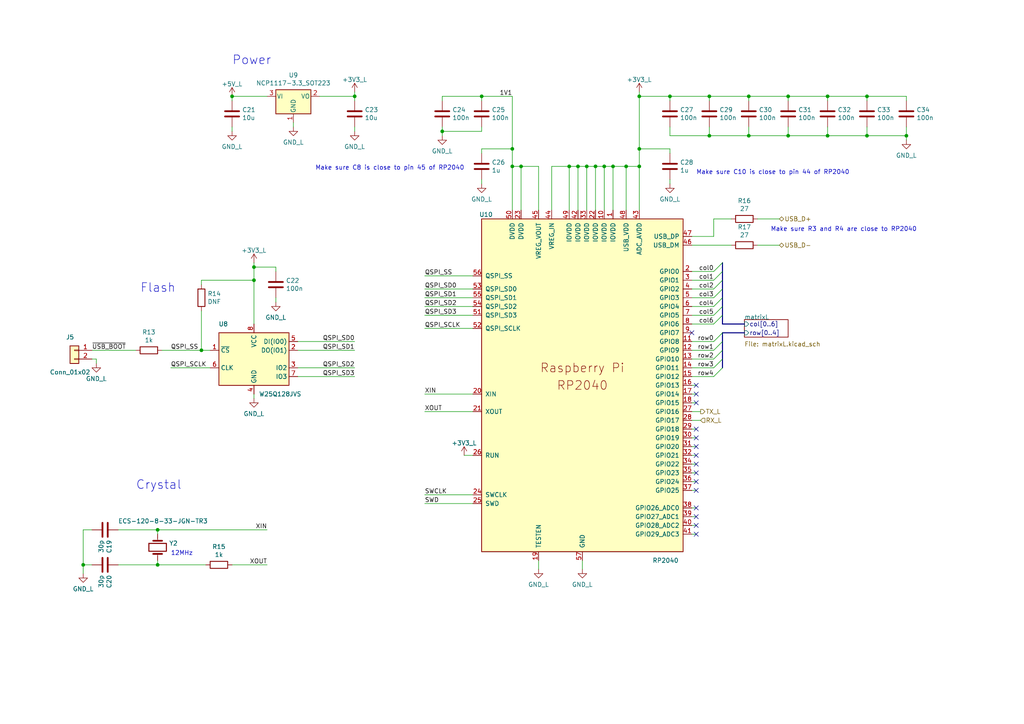
<source format=kicad_sch>
(kicad_sch (version 20211123) (generator eeschema)
  (paper "A4")
  (lib_symbols
    (symbol "Connector_Generic:Conn_01x02" (pin_names (offset 1.016) hide)
      (property "Reference" "J" (at 0 2.54 0))
      (property "Value" "Conn_01x02" (at 0 -5.08 0))
      (symbol "Conn_01x02_1_1"
        (rectangle (start -1.27 -2.413) (end 0 -2.667) (stroke (width 0.1524)))
        (rectangle (start -1.27 0.127) (end 0 -0.127) (stroke (width 0.1524)))
        (rectangle (start -1.27 1.27) (end 1.27 -3.81) (stroke (width 0.254)) (fill (type background)))
        (pin passive line (at -5.08 0 0) (length 3.81) (name "Pin_1") (number "1"))
        (pin passive line (at -5.08 -2.54 0) (length 3.81) (name "Pin_2") (number "2"))
      )
    )
    (symbol "Device:C" (pin_numbers hide) (pin_names (offset 0.254))
      (property "Reference" "C" (at 0.635 2.54 0))
      (property "Value" "C" (at 0.635 -2.54 0))
      (symbol "C_0_1"
        (polyline (pts (xy -2.032 -0.762) (xy 2.032 -0.762)) (stroke (width 0.508)))
        (polyline (pts (xy -2.032 0.762) (xy 2.032 0.762)) (stroke (width 0.508)))
      )
      (symbol "C_1_1"
        (pin passive line (at 0 3.81 270) (length 2.794) (name "~") (number "1"))
        (pin passive line (at 0 -3.81 90) (length 2.794) (name "~") (number "2"))
      )
    )
    (symbol "Device:Crystal" (pin_numbers hide) (pin_names (offset 1.016) hide)
      (property "Reference" "Y" (at 0 3.81 0))
      (property "Value" "Crystal" (at 0 -3.81 0))
      (symbol "Crystal_0_1"
        (rectangle (start -1.143 2.54) (end 1.143 -2.54) (stroke (width 0.3048)))
        (polyline (pts (xy -2.54 0) (xy -1.905 0)))
        (polyline (pts (xy -1.905 -1.27) (xy -1.905 1.27)) (stroke (width 0.508)))
        (polyline (pts (xy 1.905 -1.27) (xy 1.905 1.27)) (stroke (width 0.508)))
        (polyline (pts (xy 2.54 0) (xy 1.905 0)))
      )
      (symbol "Crystal_1_1"
        (pin passive line (at -3.81 0 0) (length 1.27) (name "1") (number "1"))
        (pin passive line (at 3.81 0 180) (length 1.27) (name "2") (number "2"))
      )
    )
    (symbol "Device:R" (pin_numbers hide) (pin_names (offset 0))
      (property "Reference" "R" (at 2.032 0 90))
      (property "Value" "R" (at 0 0 90))
      (symbol "R_0_1"
        (rectangle (start -1.016 -2.54) (end 1.016 2.54) (stroke (width 0.254)))
      )
      (symbol "R_1_1"
        (pin passive line (at 0 3.81 270) (length 1.27) (name "~") (number "1"))
        (pin passive line (at 0 -3.81 90) (length 1.27) (name "~") (number "2"))
      )
    )
    (symbol "MCU_RaspberryPi_RP2040:RP2040" (pin_names (offset 1.016))
      (property "Reference" "U" (at -29.21 49.53 0))
      (property "Value" "RP2040" (at 24.13 -49.53 0))
      (symbol "RP2040_0_0"
        (text "Raspberry Pi" (at 0 5.08 0) (effects (font (size 2.54 2.54))))
        (text "RP2040" (at 0 0 0) (effects (font (size 2.54 2.54))))
      )
      (symbol "RP2040_0_1"
        (rectangle (start 29.21 48.26) (end -29.21 -48.26) (stroke (width 0.254)) (fill (type background)))
      )
      (symbol "RP2040_1_1"
        (pin power_in line (at 8.89 50.8 270) (length 2.54) (name "IOVDD") (number "1"))
        (pin power_in line (at 6.35 50.8 270) (length 2.54) (name "IOVDD") (number "10"))
        (pin bidirectional line (at 31.75 12.7 180) (length 2.54) (name "GPIO8") (number "11"))
        (pin bidirectional line (at 31.75 10.16 180) (length 2.54) (name "GPIO9") (number "12"))
        (pin bidirectional line (at 31.75 7.62 180) (length 2.54) (name "GPIO10") (number "13"))
        (pin bidirectional line (at 31.75 5.08 180) (length 2.54) (name "GPIO11") (number "14"))
        (pin bidirectional line (at 31.75 2.54 180) (length 2.54) (name "GPIO12") (number "15"))
        (pin bidirectional line (at 31.75 0 180) (length 2.54) (name "GPIO13") (number "16"))
        (pin bidirectional line (at 31.75 -2.54 180) (length 2.54) (name "GPIO14") (number "17"))
        (pin bidirectional line (at 31.75 -5.08 180) (length 2.54) (name "GPIO15") (number "18"))
        (pin passive line (at -12.7 -50.8 90) (length 2.54) (name "TESTEN") (number "19"))
        (pin bidirectional line (at 31.75 33.02 180) (length 2.54) (name "GPIO0") (number "2"))
        (pin input line (at -31.75 -2.54 0) (length 2.54) (name "XIN") (number "20"))
        (pin passive line (at -31.75 -7.62 0) (length 2.54) (name "XOUT") (number "21"))
        (pin power_in line (at 3.81 50.8 270) (length 2.54) (name "IOVDD") (number "22"))
        (pin power_in line (at -17.78 50.8 270) (length 2.54) (name "DVDD") (number "23"))
        (pin output line (at -31.75 -31.75 0) (length 2.54) (name "SWCLK") (number "24"))
        (pin bidirectional line (at -31.75 -34.29 0) (length 2.54) (name "SWD") (number "25"))
        (pin input line (at -31.75 -20.32 0) (length 2.54) (name "RUN") (number "26"))
        (pin bidirectional line (at 31.75 -7.62 180) (length 2.54) (name "GPIO16") (number "27"))
        (pin bidirectional line (at 31.75 -10.16 180) (length 2.54) (name "GPIO17") (number "28"))
        (pin bidirectional line (at 31.75 -12.7 180) (length 2.54) (name "GPIO18") (number "29"))
        (pin bidirectional line (at 31.75 30.48 180) (length 2.54) (name "GPIO1") (number "3"))
        (pin bidirectional line (at 31.75 -15.24 180) (length 2.54) (name "GPIO19") (number "30"))
        (pin bidirectional line (at 31.75 -17.78 180) (length 2.54) (name "GPIO20") (number "31"))
        (pin bidirectional line (at 31.75 -20.32 180) (length 2.54) (name "GPIO21") (number "32"))
        (pin power_in line (at 1.27 50.8 270) (length 2.54) (name "IOVDD") (number "33"))
        (pin bidirectional line (at 31.75 -22.86 180) (length 2.54) (name "GPIO22") (number "34"))
        (pin bidirectional line (at 31.75 -25.4 180) (length 2.54) (name "GPIO23") (number "35"))
        (pin bidirectional line (at 31.75 -27.94 180) (length 2.54) (name "GPIO24") (number "36"))
        (pin bidirectional line (at 31.75 -30.48 180) (length 2.54) (name "GPIO25") (number "37"))
        (pin bidirectional line (at 31.75 -35.56 180) (length 2.54) (name "GPIO26_ADC0") (number "38"))
        (pin bidirectional line (at 31.75 -38.1 180) (length 2.54) (name "GPIO27_ADC1") (number "39"))
        (pin bidirectional line (at 31.75 27.94 180) (length 2.54) (name "GPIO2") (number "4"))
        (pin bidirectional line (at 31.75 -40.64 180) (length 2.54) (name "GPIO28_ADC2") (number "40"))
        (pin bidirectional line (at 31.75 -43.18 180) (length 2.54) (name "GPIO29_ADC3") (number "41"))
        (pin power_in line (at -1.27 50.8 270) (length 2.54) (name "IOVDD") (number "42"))
        (pin power_in line (at 16.51 50.8 270) (length 2.54) (name "ADC_AVDD") (number "43"))
        (pin power_in line (at -8.89 50.8 270) (length 2.54) (name "VREG_IN") (number "44"))
        (pin power_out line (at -12.7 50.8 270) (length 2.54) (name "VREG_VOUT") (number "45"))
        (pin bidirectional line (at 31.75 40.64 180) (length 2.54) (name "USB_DM") (number "46"))
        (pin bidirectional line (at 31.75 43.18 180) (length 2.54) (name "USB_DP") (number "47"))
        (pin power_in line (at 12.7 50.8 270) (length 2.54) (name "USB_VDD") (number "48"))
        (pin power_in line (at -3.81 50.8 270) (length 2.54) (name "IOVDD") (number "49"))
        (pin bidirectional line (at 31.75 25.4 180) (length 2.54) (name "GPIO3") (number "5"))
        (pin power_in line (at -20.32 50.8 270) (length 2.54) (name "DVDD") (number "50"))
        (pin bidirectional line (at -31.75 20.32 0) (length 2.54) (name "QSPI_SD3") (number "51"))
        (pin output line (at -31.75 16.51 0) (length 2.54) (name "QSPI_SCLK") (number "52"))
        (pin bidirectional line (at -31.75 27.94 0) (length 2.54) (name "QSPI_SD0") (number "53"))
        (pin bidirectional line (at -31.75 22.86 0) (length 2.54) (name "QSPI_SD2") (number "54"))
        (pin bidirectional line (at -31.75 25.4 0) (length 2.54) (name "QSPI_SD1") (number "55"))
        (pin bidirectional line (at -31.75 31.75 0) (length 2.54) (name "QSPI_SS") (number "56"))
        (pin power_in line (at 0 -50.8 90) (length 2.54) (name "GND") (number "57"))
        (pin bidirectional line (at 31.75 22.86 180) (length 2.54) (name "GPIO4") (number "6"))
        (pin bidirectional line (at 31.75 20.32 180) (length 2.54) (name "GPIO5") (number "7"))
        (pin bidirectional line (at 31.75 17.78 180) (length 2.54) (name "GPIO6") (number "8"))
        (pin bidirectional line (at 31.75 15.24 180) (length 2.54) (name "GPIO7") (number "9"))
      )
    )
    (symbol "Memory_Flash:W25Q128JVS"
      (property "Reference" "U" (at -8.89 8.89 0))
      (property "Value" "W25Q128JVS" (at 7.62 8.89 0))
      (symbol "W25Q128JVS_0_1"
        (rectangle (start -10.16 7.62) (end 10.16 -7.62) (stroke (width 0.254)) (fill (type background)))
      )
      (symbol "W25Q128JVS_1_1"
        (pin input line (at -12.7 2.54 0) (length 2.54) (name "~{CS}") (number "1"))
        (pin bidirectional line (at 12.7 2.54 180) (length 2.54) (name "DO(IO1)") (number "2"))
        (pin bidirectional line (at 12.7 -2.54 180) (length 2.54) (name "IO2") (number "3"))
        (pin power_in line (at 0 -10.16 90) (length 2.54) (name "GND") (number "4"))
        (pin bidirectional line (at 12.7 5.08 180) (length 2.54) (name "DI(IO0)") (number "5"))
        (pin input line (at -12.7 -2.54 0) (length 2.54) (name "CLK") (number "6"))
        (pin bidirectional line (at 12.7 -5.08 180) (length 2.54) (name "IO3") (number "7"))
        (pin power_in line (at 0 10.16 270) (length 2.54) (name "VCC") (number "8"))
      )
    )
    (symbol "Regulator_Linear:NCP1117-3.3_SOT223" (pin_names (offset 0.254))
      (property "Reference" "U" (at -3.81 3.175 0))
      (property "Value" "NCP1117-3.3_SOT223" (at 0 3.175 0))
      (symbol "NCP1117-3.3_SOT223_0_1"
        (rectangle (start -5.08 -5.08) (end 5.08 1.905) (stroke (width 0.254)) (fill (type background)))
      )
      (symbol "NCP1117-3.3_SOT223_1_1"
        (pin power_in line (at 0 -7.62 90) (length 2.54) (name "GND") (number "1"))
        (pin power_out line (at 7.62 0 180) (length 2.54) (name "VO") (number "2"))
        (pin power_in line (at -7.62 0 0) (length 2.54) (name "VI") (number "3"))
      )
    )
    (symbol "arisu-split:+3V3_L" (power) (pin_names (offset 0))
      (property "Value" "+3V3_L" (at 0 3.556 0))
      (symbol "+3V3_L_0_1"
        (polyline (pts (xy -0.762 1.27) (xy 0 2.54)))
        (polyline (pts (xy 0 0) (xy 0 2.54)))
        (polyline (pts (xy 0 2.54) (xy 0.762 1.27)))
      )
      (symbol "+3V3_L_1_1"
        (pin power_in line (at 0 0 90) (length 0) hide (name "+3V3_L") (number "1"))
      )
    )
    (symbol "arisu-split:+5V_L" (power) (pin_names (offset 0))
      (property "Value" "+5V_L" (at 0 3.556 0))
      (symbol "+5V_L_0_1"
        (polyline (pts (xy -0.762 1.27) (xy 0 2.54)))
        (polyline (pts (xy 0 0) (xy 0 2.54)))
        (polyline (pts (xy 0 2.54) (xy 0.762 1.27)))
      )
      (symbol "+5V_L_1_1"
        (pin power_in line (at 0 0 90) (length 0) hide (name "+5V_L") (number "1"))
      )
    )
    (symbol "arisu-split:GND_L" (power) (pin_names (offset 0))
      (property "Value" "GND_L" (at 0 -3.81 0))
      (symbol "GND_L_0_1"
        (polyline (pts (xy 0 0) (xy 0 -1.27) (xy 1.27 -1.27) (xy 0 -2.54) (xy -1.27 -1.27) (xy 0 -1.27)))
      )
      (symbol "GND_L_1_1"
        (pin power_in line (at 0 0 270) (length 0) hide (name "GND_L") (number "1"))
      )
    )
  )
  (junction (at 175.26 48.26))
  (junction (at 102.87 27.94))
  (junction (at 177.8 48.26))
  (junction (at 167.64 48.26))
  (junction (at 228.6 27.94))
  (junction (at 185.42 43.18))
  (junction (at 165.1 48.26))
  (junction (at 73.66 77.47))
  (junction (at 67.31 27.94))
  (junction (at 128.27 38.1))
  (junction (at 181.61 48.26))
  (junction (at 262.89 39.37))
  (junction (at 24.13 163.83))
  (junction (at 73.66 81.28))
  (junction (at 240.03 39.37))
  (junction (at 205.74 27.94))
  (junction (at 251.46 27.94))
  (junction (at 45.72 163.83))
  (junction (at 240.03 27.94))
  (junction (at 151.13 48.26))
  (junction (at 185.42 27.94))
  (junction (at 251.46 39.37))
  (junction (at 170.18 48.26))
  (junction (at 217.17 27.94))
  (junction (at 194.31 27.94))
  (junction (at 217.17 39.37))
  (junction (at 172.72 48.26))
  (junction (at 205.74 39.37))
  (junction (at 58.42 101.6))
  (junction (at 228.6 39.37))
  (junction (at 139.7 27.94))
  (junction (at 148.59 43.18))
  (junction (at 45.72 153.67))
  (junction (at 148.59 48.26))
  (junction (at 185.42 48.26))
  (no_connect (at 201.93 154.94))
  (no_connect (at 201.93 124.46))
  (no_connect (at 200.66 96.52))
  (no_connect (at 201.93 147.32))
  (no_connect (at 201.93 129.54))
  (no_connect (at 201.93 127))
  (no_connect (at 201.93 139.7))
  (no_connect (at 201.93 149.86))
  (no_connect (at 201.93 137.16))
  (no_connect (at 201.93 116.84))
  (no_connect (at 201.93 152.4))
  (no_connect (at 201.93 142.24))
  (no_connect (at 201.93 132.08))
  (no_connect (at 201.93 114.3))
  (no_connect (at 201.93 111.76))
  (no_connect (at 201.93 134.62))
  (bus_entry (at 209.55 78.74) (size -2.54 2.54))
  (bus_entry (at 209.55 76.2) (size -2.54 2.54))
  (bus_entry (at 209.55 86.36) (size -2.54 2.54))
  (bus_entry (at 209.55 88.9) (size -2.54 2.54))
  (bus_entry (at 209.55 104.14) (size -2.54 2.54))
  (bus_entry (at 209.55 101.6) (size -2.54 2.54))
  (bus_entry (at 209.55 81.28) (size -2.54 2.54))
  (bus_entry (at 209.55 106.68) (size -2.54 2.54))
  (bus_entry (at 209.55 83.82) (size -2.54 2.54))
  (bus_entry (at 209.55 99.06) (size -2.54 2.54))
  (bus_entry (at 209.55 96.52) (size -2.54 2.54))
  (bus_entry (at 209.55 91.44) (size -2.54 2.54))
  (wire (pts (xy 203.2 119.38) (xy 200.66 119.38)))
  (wire (pts (xy 80.01 86.36) (xy 80.01 87.63)))
  (wire (pts (xy 200.66 99.06) (xy 207.01 99.06)))
  (wire (pts (xy 200.66 152.4) (xy 201.93 152.4)))
  (wire (pts (xy 207.01 63.5) (xy 212.09 63.5)))
  (wire (pts (xy 102.87 26.67) (xy 102.87 27.94)))
  (wire (pts (xy 200.66 114.3) (xy 201.93 114.3)))
  (wire (pts (xy 58.42 82.55) (xy 58.42 81.28)))
  (wire (pts (xy 219.71 63.5) (xy 226.06 63.5)))
  (wire (pts (xy 172.72 48.26) (xy 175.26 48.26)))
  (wire (pts (xy 128.27 27.94) (xy 139.7 27.94)))
  (wire (pts (xy 217.17 36.83) (xy 217.17 39.37)))
  (wire (pts (xy 167.64 60.96) (xy 167.64 48.26)))
  (wire (pts (xy 194.31 52.07) (xy 194.31 53.34)))
  (wire (pts (xy 200.66 71.12) (xy 212.09 71.12)))
  (wire (pts (xy 200.66 142.24) (xy 201.93 142.24)))
  (bus (pts (xy 209.55 91.44) (xy 209.55 93.98)))
  (wire (pts (xy 137.16 146.05) (xy 123.19 146.05)))
  (wire (pts (xy 123.19 91.44) (xy 137.16 91.44)))
  (wire (pts (xy 49.53 106.68) (xy 60.96 106.68)))
  (wire (pts (xy 156.21 48.26) (xy 156.21 60.96)))
  (wire (pts (xy 45.72 154.94) (xy 45.72 153.67)))
  (wire (pts (xy 200.66 78.74) (xy 207.01 78.74)))
  (wire (pts (xy 86.36 109.22) (xy 102.87 109.22)))
  (wire (pts (xy 262.89 36.83) (xy 262.89 39.37)))
  (wire (pts (xy 217.17 39.37) (xy 205.74 39.37)))
  (bus (pts (xy 209.55 96.52) (xy 209.55 99.06)))
  (wire (pts (xy 205.74 29.21) (xy 205.74 27.94)))
  (wire (pts (xy 194.31 29.21) (xy 194.31 27.94)))
  (bus (pts (xy 209.55 86.36) (xy 209.55 88.9)))
  (wire (pts (xy 80.01 78.74) (xy 80.01 77.47)))
  (wire (pts (xy 123.19 88.9) (xy 137.16 88.9)))
  (wire (pts (xy 181.61 60.96) (xy 181.61 48.26)))
  (wire (pts (xy 165.1 48.26) (xy 167.64 48.26)))
  (wire (pts (xy 207.01 63.5) (xy 207.01 68.58)))
  (wire (pts (xy 86.36 101.6) (xy 102.87 101.6)))
  (wire (pts (xy 137.16 119.38) (xy 123.19 119.38)))
  (wire (pts (xy 172.72 60.96) (xy 172.72 48.26)))
  (wire (pts (xy 137.16 95.25) (xy 123.19 95.25)))
  (wire (pts (xy 46.99 101.6) (xy 58.42 101.6)))
  (wire (pts (xy 58.42 90.17) (xy 58.42 101.6)))
  (wire (pts (xy 203.2 121.92) (xy 200.66 121.92)))
  (wire (pts (xy 73.66 77.47) (xy 73.66 81.28)))
  (wire (pts (xy 139.7 44.45) (xy 139.7 43.18)))
  (wire (pts (xy 200.66 149.86) (xy 201.93 149.86)))
  (wire (pts (xy 137.16 143.51) (xy 123.19 143.51)))
  (wire (pts (xy 45.72 163.83) (xy 59.69 163.83)))
  (wire (pts (xy 73.66 81.28) (xy 73.66 93.98)))
  (bus (pts (xy 209.55 83.82) (xy 209.55 86.36)))
  (wire (pts (xy 151.13 48.26) (xy 148.59 48.26)))
  (wire (pts (xy 148.59 43.18) (xy 148.59 48.26)))
  (bus (pts (xy 209.55 99.06) (xy 209.55 101.6)))
  (wire (pts (xy 228.6 39.37) (xy 217.17 39.37)))
  (bus (pts (xy 209.55 104.14) (xy 209.55 106.68)))
  (wire (pts (xy 92.71 27.94) (xy 102.87 27.94)))
  (wire (pts (xy 123.19 86.36) (xy 137.16 86.36)))
  (wire (pts (xy 217.17 27.94) (xy 228.6 27.94)))
  (wire (pts (xy 67.31 29.21) (xy 67.31 27.94)))
  (wire (pts (xy 201.93 137.16) (xy 200.66 137.16)))
  (wire (pts (xy 128.27 29.21) (xy 128.27 27.94)))
  (wire (pts (xy 205.74 36.83) (xy 205.74 39.37)))
  (wire (pts (xy 170.18 48.26) (xy 172.72 48.26)))
  (bus (pts (xy 209.55 101.6) (xy 209.55 104.14)))
  (bus (pts (xy 209.55 88.9) (xy 209.55 91.44)))
  (wire (pts (xy 160.02 60.96) (xy 160.02 48.26)))
  (wire (pts (xy 262.89 39.37) (xy 262.89 40.64)))
  (wire (pts (xy 201.93 134.62) (xy 200.66 134.62)))
  (wire (pts (xy 200.66 109.22) (xy 207.01 109.22)))
  (wire (pts (xy 185.42 48.26) (xy 185.42 60.96)))
  (wire (pts (xy 58.42 101.6) (xy 60.96 101.6)))
  (wire (pts (xy 27.94 104.14) (xy 27.94 105.41)))
  (wire (pts (xy 200.66 124.46) (xy 201.93 124.46)))
  (wire (pts (xy 168.91 162.56) (xy 168.91 165.1)))
  (wire (pts (xy 240.03 29.21) (xy 240.03 27.94)))
  (wire (pts (xy 200.66 91.44) (xy 207.01 91.44)))
  (wire (pts (xy 205.74 27.94) (xy 217.17 27.94)))
  (wire (pts (xy 34.29 153.67) (xy 45.72 153.67)))
  (wire (pts (xy 228.6 36.83) (xy 228.6 39.37)))
  (wire (pts (xy 185.42 43.18) (xy 185.42 48.26)))
  (wire (pts (xy 137.16 132.08) (xy 134.62 132.08)))
  (wire (pts (xy 217.17 29.21) (xy 217.17 27.94)))
  (wire (pts (xy 185.42 26.67) (xy 185.42 27.94)))
  (wire (pts (xy 139.7 43.18) (xy 148.59 43.18)))
  (wire (pts (xy 151.13 60.96) (xy 151.13 48.26)))
  (wire (pts (xy 185.42 27.94) (xy 194.31 27.94)))
  (wire (pts (xy 175.26 48.26) (xy 177.8 48.26)))
  (wire (pts (xy 200.66 83.82) (xy 207.01 83.82)))
  (wire (pts (xy 45.72 153.67) (xy 77.47 153.67)))
  (wire (pts (xy 58.42 81.28) (xy 73.66 81.28)))
  (wire (pts (xy 200.66 86.36) (xy 207.01 86.36)))
  (wire (pts (xy 251.46 36.83) (xy 251.46 39.37)))
  (wire (pts (xy 194.31 27.94) (xy 205.74 27.94)))
  (wire (pts (xy 128.27 36.83) (xy 128.27 38.1)))
  (wire (pts (xy 200.66 116.84) (xy 201.93 116.84)))
  (wire (pts (xy 102.87 36.83) (xy 102.87 38.1)))
  (wire (pts (xy 200.66 93.98) (xy 207.01 93.98)))
  (bus (pts (xy 209.55 76.2) (xy 209.55 78.74)))
  (wire (pts (xy 200.66 106.68) (xy 207.01 106.68)))
  (wire (pts (xy 175.26 60.96) (xy 175.26 48.26)))
  (wire (pts (xy 86.36 99.06) (xy 102.87 99.06)))
  (wire (pts (xy 167.64 48.26) (xy 170.18 48.26)))
  (wire (pts (xy 67.31 36.83) (xy 67.31 38.1)))
  (wire (pts (xy 228.6 29.21) (xy 228.6 27.94)))
  (wire (pts (xy 128.27 38.1) (xy 128.27 39.37)))
  (wire (pts (xy 185.42 27.94) (xy 185.42 43.18)))
  (wire (pts (xy 201.93 132.08) (xy 200.66 132.08)))
  (wire (pts (xy 200.66 139.7) (xy 201.93 139.7)))
  (wire (pts (xy 73.66 76.2) (xy 73.66 77.47)))
  (wire (pts (xy 228.6 27.94) (xy 240.03 27.94)))
  (wire (pts (xy 165.1 60.96) (xy 165.1 48.26)))
  (wire (pts (xy 123.19 114.3) (xy 137.16 114.3)))
  (wire (pts (xy 160.02 48.26) (xy 165.1 48.26)))
  (wire (pts (xy 205.74 39.37) (xy 194.31 39.37)))
  (wire (pts (xy 251.46 27.94) (xy 262.89 27.94)))
  (wire (pts (xy 200.66 68.58) (xy 207.01 68.58)))
  (wire (pts (xy 148.59 27.94) (xy 148.59 43.18)))
  (wire (pts (xy 67.31 163.83) (xy 77.47 163.83)))
  (wire (pts (xy 39.37 101.6) (xy 26.67 101.6)))
  (wire (pts (xy 128.27 38.1) (xy 139.7 38.1)))
  (wire (pts (xy 24.13 153.67) (xy 24.13 163.83)))
  (bus (pts (xy 209.55 96.52) (xy 215.9 96.52)))
  (wire (pts (xy 240.03 39.37) (xy 228.6 39.37)))
  (wire (pts (xy 139.7 38.1) (xy 139.7 36.83)))
  (wire (pts (xy 240.03 36.83) (xy 240.03 39.37)))
  (wire (pts (xy 24.13 153.67) (xy 26.67 153.67)))
  (wire (pts (xy 26.67 104.14) (xy 27.94 104.14)))
  (wire (pts (xy 181.61 48.26) (xy 185.42 48.26)))
  (wire (pts (xy 139.7 52.07) (xy 139.7 53.34)))
  (wire (pts (xy 80.01 77.47) (xy 73.66 77.47)))
  (wire (pts (xy 201.93 129.54) (xy 200.66 129.54)))
  (wire (pts (xy 185.42 43.18) (xy 194.31 43.18)))
  (wire (pts (xy 86.36 106.68) (xy 102.87 106.68)))
  (wire (pts (xy 45.72 162.56) (xy 45.72 163.83)))
  (wire (pts (xy 200.66 147.32) (xy 201.93 147.32)))
  (wire (pts (xy 24.13 163.83) (xy 26.67 163.83)))
  (wire (pts (xy 200.66 111.76) (xy 201.93 111.76)))
  (wire (pts (xy 200.66 88.9) (xy 207.01 88.9)))
  (wire (pts (xy 102.87 27.94) (xy 102.87 29.21)))
  (wire (pts (xy 73.66 114.3) (xy 73.66 115.57)))
  (wire (pts (xy 34.29 163.83) (xy 45.72 163.83)))
  (wire (pts (xy 123.19 83.82) (xy 137.16 83.82)))
  (wire (pts (xy 156.21 48.26) (xy 151.13 48.26)))
  (wire (pts (xy 85.09 35.56) (xy 85.09 36.83)))
  (wire (pts (xy 137.16 80.01) (xy 123.19 80.01)))
  (wire (pts (xy 177.8 48.26) (xy 181.61 48.26)))
  (wire (pts (xy 200.66 81.28) (xy 207.01 81.28)))
  (wire (pts (xy 251.46 29.21) (xy 251.46 27.94)))
  (wire (pts (xy 77.47 27.94) (xy 67.31 27.94)))
  (wire (pts (xy 240.03 27.94) (xy 251.46 27.94)))
  (wire (pts (xy 177.8 48.26) (xy 177.8 60.96)))
  (wire (pts (xy 139.7 27.94) (xy 148.59 27.94)))
  (bus (pts (xy 209.55 78.74) (xy 209.55 81.28)))
  (wire (pts (xy 251.46 39.37) (xy 262.89 39.37)))
  (wire (pts (xy 200.66 101.6) (xy 207.01 101.6)))
  (bus (pts (xy 209.55 81.28) (xy 209.55 83.82)))
  (bus (pts (xy 209.55 93.98) (xy 215.9 93.98)))
  (wire (pts (xy 200.66 127) (xy 201.93 127)))
  (wire (pts (xy 194.31 36.83) (xy 194.31 39.37)))
  (wire (pts (xy 24.13 163.83) (xy 24.13 166.37)))
  (wire (pts (xy 156.21 162.56) (xy 156.21 165.1)))
  (wire (pts (xy 251.46 39.37) (xy 240.03 39.37)))
  (wire (pts (xy 200.66 104.14) (xy 207.01 104.14)))
  (wire (pts (xy 200.66 154.94) (xy 201.93 154.94)))
  (wire (pts (xy 148.59 48.26) (xy 148.59 60.96)))
  (wire (pts (xy 262.89 29.21) (xy 262.89 27.94)))
  (wire (pts (xy 194.31 44.45) (xy 194.31 43.18)))
  (wire (pts (xy 170.18 60.96) (xy 170.18 48.26)))
  (wire (pts (xy 219.71 71.12) (xy 226.06 71.12)))
  (wire (pts (xy 139.7 29.21) (xy 139.7 27.94)))
  (text "Crystal" (at 39.37 142.24 0) (effects (font (size 2.54 2.54)) (justify left bottom)))
  (text "Power" (at 67.31 19.05 0) (effects (font (size 2.54 2.54)) (justify left bottom)))
  (text "12MHz\n" (at 49.53 161.29 0) (effects (font (size 1.27 1.27)) (justify left bottom)))
  (text "Flash" (at 40.64 85.09 0) (effects (font (size 2.54 2.54)) (justify left bottom)))
  (text "Make sure C10 is close to pin 44 of RP2040" (at 201.93 50.8 0) (effects (font (size 1.27 1.27)) (justify left bottom)))
  (text "Make sure C8 is close to pin 45 of RP2040" (at 91.44 49.53 0) (effects (font (size 1.27 1.27)) (justify left bottom)))
  (text "Make sure R3 and R4 are close to RP2040" (at 223.52 67.31 0) (effects (font (size 1.27 1.27)) (justify left bottom)))
  (label "XIN" (at 123.19 114.3 0))
  (label "col1" (at 207.01 81.28 180))
  (label "row2" (at 207.01 104.14 180))
  (label "QSPI_SD3" (at 123.19 91.44 0))
  (label "QSPI_SCLK" (at 123.19 95.25 0))
  (label "col5" (at 207.01 91.44 180))
  (label "QSPI_SD1" (at 102.87 101.6 180))
  (label "SWD" (at 123.19 146.05 0))
  (label "1V1" (at 148.59 27.94 180))
  (label "~{USB_BOOT}" (at 26.67 101.6 0))
  (label "QSPI_SD2" (at 102.87 106.68 180))
  (label "row1" (at 207.01 101.6 180))
  (label "col4" (at 207.01 88.9 180))
  (label "row0" (at 207.01 99.06 180))
  (label "XOUT" (at 77.47 163.83 180))
  (label "QSPI_SD1" (at 123.19 86.36 0))
  (label "col3" (at 207.01 86.36 180))
  (label "QSPI_SD0" (at 123.19 83.82 0))
  (label "QSPI_SD3" (at 102.87 109.22 180))
  (label "QSPI_SS" (at 49.53 101.6 0))
  (label "QSPI_SS" (at 123.19 80.01 0))
  (label "col0" (at 207.01 78.74 180))
  (label "SWCLK" (at 123.19 143.51 0))
  (label "QSPI_SD2" (at 123.19 88.9 0))
  (label "XOUT" (at 123.19 119.38 0))
  (label "col6" (at 207.01 93.98 180))
  (label "col2" (at 207.01 83.82 180))
  (label "QSPI_SD0" (at 102.87 99.06 180))
  (label "row4" (at 207.01 109.22 180))
  (label "row3" (at 207.01 106.68 180))
  (label "XIN" (at 77.47 153.67 180))
  (label "QSPI_SCLK" (at 49.53 106.68 0))
  (hierarchical_label "USB_D-" (shape bidirectional) (at 226.06 71.12 0))
  (hierarchical_label "TX_L" (shape output) (at 203.2 119.38 0))
  (hierarchical_label "USB_D+" (shape bidirectional) (at 226.06 63.5 0))
  (hierarchical_label "RX_L" (shape input) (at 203.2 121.92 0))
  (symbol (lib_id "arisu-split:GND_L") (at 24.13 166.37 0) (unit 1)
    (property "Reference" "#PWR0110" (effects hide))
    (property "Value" "GND_L" (at 24.13 170.8134 0))
  )
  (symbol (lib_id "Device:C") (at 30.48 153.67 270) (unit 1)
    (property "Reference" "C19" (at 31.6484 156.591 0) (effects (justify left)))
    (property "Value" "30p" (at 29.337 156.591 0) (effects (justify left)))
    (property "Footprint" "Capacitor_SMD:C_0402_1005Metric" (effects hide))
  )
  (symbol (lib_id "Device:C") (at 139.7 48.26 0) (unit 1)
    (property "Reference" "C26" (at 142.621 47.0916 0) (effects (justify left)))
    (property "Value" "1u" (at 142.621 49.403 0) (effects (justify left)))
    (property "Footprint" "Capacitor_SMD:C_0402_1005Metric" (effects hide))
  )
  (symbol (lib_id "arisu-split:+3V3_L") (at 102.87 26.67 0) (unit 1)
    (property "Reference" "#PWR0145" (effects hide))
    (property "Value" "+3V3_L" (at 102.87 23.0942 0))
  )
  (symbol (lib_id "Device:C") (at 262.89 33.02 0) (unit 1)
    (property "Reference" "C34" (at 265.811 31.8516 0) (effects (justify left)))
    (property "Value" "100n" (at 265.811 34.163 0) (effects (justify left)))
    (property "Footprint" "Capacitor_SMD:C_0402_1005Metric" (effects hide))
  )
  (symbol (lib_id "Device:C") (at 139.7 33.02 0) (unit 1)
    (property "Reference" "C25" (at 142.621 31.8516 0) (effects (justify left)))
    (property "Value" "100n" (at 142.621 34.163 0) (effects (justify left)))
    (property "Footprint" "Capacitor_SMD:C_0402_1005Metric" (effects hide))
  )
  (symbol (lib_id "arisu-split:GND_L") (at 80.01 87.63 0) (unit 1)
    (property "Reference" "#PWR07" (effects hide))
    (property "Value" "GND_L" (at 80.01 92.0734 0))
  )
  (symbol (lib_id "Device:R") (at 63.5 163.83 270) (unit 1)
    (property "Reference" "R15" (at 63.5 158.5722 90))
    (property "Value" "1k" (at 63.5 160.8836 90))
    (property "Footprint" "Capacitor_SMD:C_0402_1005Metric" (effects hide))
  )
  (symbol (lib_id "Device:C") (at 67.31 33.02 0) (unit 1)
    (property "Reference" "C21" (at 70.231 31.8516 0) (effects (justify left)))
    (property "Value" "10u" (at 70.231 34.163 0) (effects (justify left)))
    (property "Footprint" "Capacitor_SMD:C_0805_2012Metric" (effects hide))
  )
  (symbol (lib_id "Device:R") (at 215.9 71.12 270) (unit 1)
    (property "Reference" "R17" (at 215.9 65.8622 90))
    (property "Value" "27" (at 215.9 68.1736 90))
    (property "Footprint" "Capacitor_SMD:C_0402_1005Metric" (effects hide))
  )
  (symbol (lib_id "arisu-split:+5V_L") (at 67.31 27.94 0) (unit 1)
    (property "Reference" "#PWR03" (effects hide))
    (property "Value" "+5V_L" (at 67.31 24.3642 0))
  )
  (symbol (lib_id "Device:C") (at 240.03 33.02 0) (unit 1)
    (property "Reference" "C32" (at 242.951 31.8516 0) (effects (justify left)))
    (property "Value" "100n" (at 242.951 34.163 0) (effects (justify left)))
    (property "Footprint" "Capacitor_SMD:C_0402_1005Metric" (effects hide))
  )
  (symbol (lib_id "arisu-split:GND_L") (at 85.09 36.83 0) (unit 1)
    (property "Reference" "#PWR0144" (effects hide))
    (property "Value" "GND_L" (at 85.09 41.2734 0))
  )
  (symbol (lib_id "MCU_RaspberryPi_RP2040:RP2040") (at 168.91 111.76 0) (unit 1)
    (property "Reference" "U10" (at 140.97 62.23 0))
    (property "Value" "RP2040" (at 193.04 162.56 0))
    (property "Footprint" "RP2040_minimal:RP2040-QFN-56" (effects hide))
  )
  (symbol (lib_id "Device:C") (at 205.74 33.02 0) (unit 1)
    (property "Reference" "C29" (at 208.661 31.8516 0) (effects (justify left)))
    (property "Value" "100n" (at 208.661 34.163 0) (effects (justify left)))
    (property "Footprint" "Capacitor_SMD:C_0402_1005Metric" (effects hide))
  )
  (symbol (lib_id "arisu-split:GND_L") (at 73.66 115.57 0) (unit 1)
    (property "Reference" "#PWR06" (effects hide))
    (property "Value" "GND_L" (at 73.66 120.0134 0))
  )
  (symbol (lib_id "arisu-split:GND_L") (at 27.94 105.41 0) (unit 1)
    (property "Reference" "#PWR02" (effects hide))
    (property "Value" "GND_L" (at 27.94 109.8534 0))
  )
  (symbol (lib_id "arisu-split:GND_L") (at 194.31 53.34 0) (unit 1)
    (property "Reference" "#PWR0149" (effects hide))
    (property "Value" "GND_L" (at 194.31 57.7834 0))
  )
  (symbol (lib_id "Device:R") (at 58.42 86.36 0) (unit 1)
    (property "Reference" "R14" (at 60.198 85.1916 0) (effects (justify left)))
    (property "Value" "DNF" (at 60.198 87.503 0) (effects (justify left)))
    (property "Footprint" "Capacitor_SMD:C_0402_1005Metric" (effects hide))
  )
  (symbol (lib_id "arisu-split:GND_L") (at 128.27 39.37 0) (unit 1)
    (property "Reference" "#PWR0143" (effects hide))
    (property "Value" "GND_L" (at 128.27 43.8134 0))
  )
  (symbol (lib_id "arisu-split:+3V3_L") (at 134.62 132.08 0) (unit 1)
    (property "Reference" "#PWR0138" (effects hide))
    (property "Value" "+3V3_L" (at 134.62 128.5042 0))
  )
  (symbol (lib_id "arisu-split:GND_L") (at 262.89 40.64 0) (unit 1)
    (property "Reference" "#PWR018" (effects hide))
    (property "Value" "GND_L" (at 262.89 45.0834 0))
  )
  (symbol (lib_id "Device:C") (at 228.6 33.02 0) (unit 1)
    (property "Reference" "C31" (at 231.521 31.8516 0) (effects (justify left)))
    (property "Value" "100n" (at 231.521 34.163 0) (effects (justify left)))
    (property "Footprint" "Capacitor_SMD:C_0402_1005Metric" (effects hide))
  )
  (symbol (lib_id "Device:C") (at 102.87 33.02 0) (unit 1)
    (property "Reference" "C23" (at 105.791 31.8516 0) (effects (justify left)))
    (property "Value" "10u" (at 105.791 34.163 0) (effects (justify left)))
    (property "Footprint" "Capacitor_SMD:C_0805_2012Metric" (effects hide))
  )
  (symbol (lib_id "Device:C") (at 251.46 33.02 0) (unit 1)
    (property "Reference" "C33" (at 254.381 31.8516 0) (effects (justify left)))
    (property "Value" "100n" (at 254.381 34.163 0) (effects (justify left)))
    (property "Footprint" "Capacitor_SMD:C_0402_1005Metric" (effects hide))
  )
  (symbol (lib_id "Device:C") (at 80.01 82.55 0) (unit 1)
    (property "Reference" "C22" (at 82.931 81.3816 0) (effects (justify left)))
    (property "Value" "100n" (at 82.931 83.693 0) (effects (justify left)))
    (property "Footprint" "Capacitor_SMD:C_0402_1005Metric" (effects hide))
  )
  (symbol (lib_id "Memory_Flash:W25Q128JVS") (at 73.66 104.14 0) (unit 1)
    (property "Reference" "U8" (at 64.77 93.98 0))
    (property "Value" "W25Q128JVS" (at 81.28 114.3 0))
    (property "Footprint" "Package_SO:SOIC-8_5.23x5.23mm_P1.27mm" (effects hide))
    (property "Datasheet" "http://www.winbond.com/resource-files/w25q128jv_dtr%20revc%2003272018%20plus.pdf" (effects hide))
  )
  (symbol (lib_id "arisu-split:+3V3_L") (at 73.66 76.2 0) (unit 1)
    (property "Reference" "#PWR0147" (effects hide))
    (property "Value" "+3V3_L" (at 73.66 72.6242 0))
  )
  (symbol (lib_id "arisu-split:GND_L") (at 168.91 165.1 0) (unit 1)
    (property "Reference" "#PWR0140" (effects hide))
    (property "Value" "GND_L" (at 168.91 169.5434 0))
  )
  (symbol (lib_id "arisu-split:GND_L") (at 139.7 53.34 0) (unit 1)
    (property "Reference" "#PWR0142" (effects hide))
    (property "Value" "GND_L" (at 139.7 57.7834 0))
  )
  (symbol (lib_id "arisu-split:GND_L") (at 156.21 165.1 0) (unit 1)
    (property "Reference" "#PWR0139" (effects hide))
    (property "Value" "GND_L" (at 156.21 169.5434 0))
  )
  (symbol (lib_id "Device:R") (at 43.18 101.6 270) (unit 1)
    (property "Reference" "R13" (at 43.18 96.3422 90))
    (property "Value" "1k" (at 43.18 98.6536 90))
    (property "Footprint" "Capacitor_SMD:C_0402_1005Metric" (effects hide))
  )
  (symbol (lib_id "Device:C") (at 194.31 48.26 0) (unit 1)
    (property "Reference" "C28" (at 197.231 47.0916 0) (effects (justify left)))
    (property "Value" "1u" (at 197.231 49.403 0) (effects (justify left)))
    (property "Footprint" "Capacitor_SMD:C_0402_1005Metric" (effects hide))
  )
  (symbol (lib_id "Device:Crystal") (at 45.72 158.75 270) (unit 1)
    (property "Reference" "Y2" (at 49.0474 157.5816 90) (effects (justify left)))
    (property "Value" "ECS-120-8-33-JGN-TR3" (at 34.29 151.13 90) (effects (justify left)))
    (property "Footprint" "Crystal:Crystal_SMD_EuroQuartz_MT-4Pin_3.2x2.5mm" (effects hide))
  )
  (symbol (lib_id "Regulator_Linear:NCP1117-3.3_SOT223") (at 85.09 27.94 0) (unit 1)
    (property "Reference" "U9" (at 85.09 21.7932 0))
    (property "Value" "NCP1117-3.3_SOT223" (at 85.09 24.1046 0))
    (property "Footprint" "Package_TO_SOT_SMD:SOT-223-3_TabPin2" (effects hide))
    (property "Datasheet" "http://www.onsemi.com/pub_link/Collateral/NCP1117-D.PDF" (effects hide))
  )
  (symbol (lib_id "arisu-split:+3V3_L") (at 185.42 26.67 0) (unit 1)
    (property "Reference" "#PWR0141" (effects hide))
    (property "Value" "+3V3_L" (at 185.42 23.0942 0))
  )
  (symbol (lib_id "arisu-split:GND_L") (at 102.87 38.1 0) (unit 1)
    (property "Reference" "#PWR0148" (effects hide))
    (property "Value" "GND_L" (at 102.87 42.5434 0))
  )
  (symbol (lib_id "Connector_Generic:Conn_01x02") (at 21.59 101.6 0) (mirror y) (unit 1)
    (property "Reference" "J5" (at 20.32 97.79 0))
    (property "Value" "Conn_01x02" (at 20.32 107.95 0))
    (property "Footprint" "Connector_PinHeader_2.54mm:PinHeader_1x02_P2.54mm_Vertical" (effects hide))
  )
  (symbol (lib_id "Device:C") (at 217.17 33.02 0) (unit 1)
    (property "Reference" "C30" (at 220.091 31.8516 0) (effects (justify left)))
    (property "Value" "100n" (at 220.091 34.163 0) (effects (justify left)))
    (property "Footprint" "Capacitor_SMD:C_0402_1005Metric" (effects hide))
  )
  (symbol (lib_id "Device:C") (at 128.27 33.02 0) (unit 1)
    (property "Reference" "C24" (at 131.191 31.8516 0) (effects (justify left)))
    (property "Value" "100n" (at 131.191 34.163 0) (effects (justify left)))
    (property "Footprint" "Capacitor_SMD:C_0402_1005Metric" (effects hide))
  )
  (symbol (lib_id "Device:R") (at 215.9 63.5 270) (unit 1)
    (property "Reference" "R16" (at 215.9 58.2422 90))
    (property "Value" "27" (at 215.9 60.5536 90))
    (property "Footprint" "Capacitor_SMD:C_0402_1005Metric" (effects hide))
  )
  (symbol (lib_id "arisu-split:GND_L") (at 67.31 38.1 0) (unit 1)
    (property "Reference" "#PWR0146" (effects hide))
    (property "Value" "GND_L" (at 67.31 42.5434 0))
  )
  (symbol (lib_id "Device:C") (at 30.48 163.83 270) (unit 1)
    (property "Reference" "C20" (at 31.6484 166.751 0) (effects (justify left)))
    (property "Value" "30p" (at 29.337 166.751 0) (effects (justify left)))
    (property "Footprint" "Capacitor_SMD:C_0402_1005Metric" (effects hide))
  )
  (symbol (lib_id "Device:C") (at 194.31 33.02 0) (unit 1)
    (property "Reference" "C27" (at 197.231 31.8516 0) (effects (justify left)))
    (property "Value" "100n" (at 197.231 34.163 0) (effects (justify left)))
    (property "Footprint" "Capacitor_SMD:C_0402_1005Metric" (effects hide))
  )
  (sheet (at 215.9 92.71) (size 12.7 5.08) (stroke (width 0.1524))
    (property "Sheet name" "matrixL" (at 215.9 92.71 0) (effects (justify left bottom)))
    (property "Sheet file" "matrixL.kicad_sch" (at 215.9 99.06 0) (effects (justify left top)))
    (pin "row[0..4]" input (at 215.9 96.52 180))
    (pin "col[0..6]" input (at 215.9 93.98 180))
  )
)
</source>
